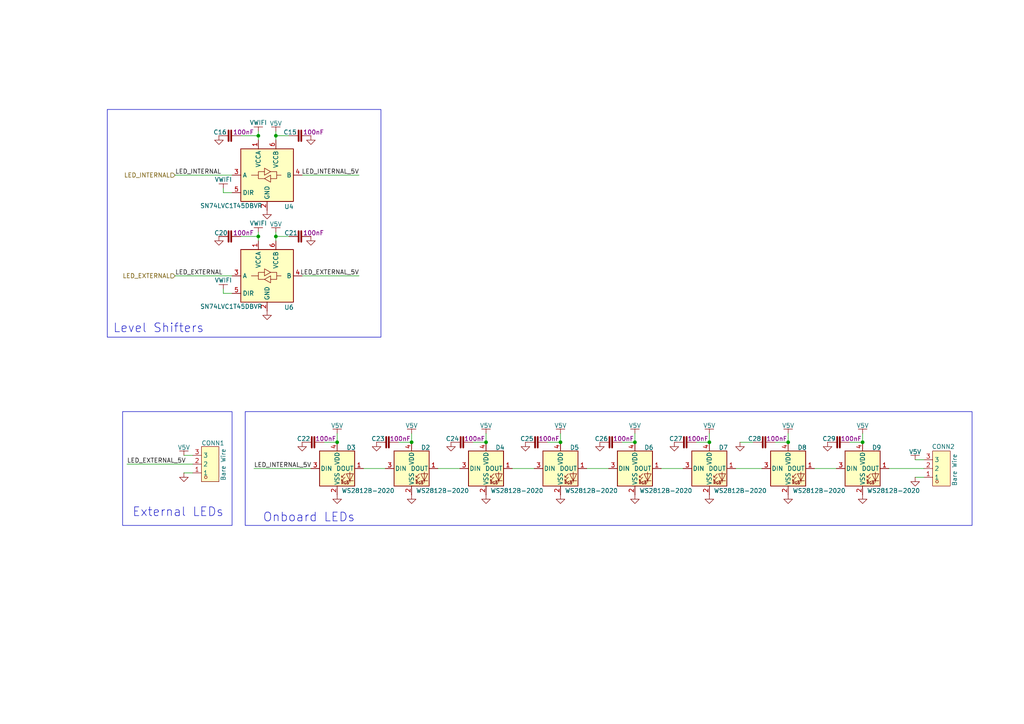
<source format=kicad_sch>
(kicad_sch (version 20231120) (generator "eeschema") (generator_version "8.0")
  (paper "A4")
  (lib_symbols
    (symbol "Galvani:2060-453/998-404"
      (property "Reference" "CONN" (at 0 0 0))
      (property "Value" "2060-453/998-404" (at 0 6.096 0))
      (symbol "2060-453/998-404_1_0"
        (rectangle (start -2.54 5.08) (end 2.54 -5.08) (fill (type background)))
        (circle (center -1.27 3.81) (radius 0.381))
        (pin unspecified line (at -5.08 2.54 0) (length 2.54) (name "1") (number "1"))
        (pin unspecified line (at -5.08 0 0) (length 2.54) (name "2") (number "2"))
        (pin unspecified line (at -5.08 -2.54 0) (length 2.54) (name "3") (number "3"))
      )
    )
    (symbol "Galvani:Cap 100nF 0201" (pin_numbers hide) (pin_names (offset 0.254))
      (property "Reference" "C?" (at 1.016 1.524 90))
      (property "Val" "100nF" (at 1.016 -0.254 90))
      (symbol "Cap 100nF 0201_0_1"
        (polyline (pts (xy -1.524 0.254) (xy 1.524 0.254)) (stroke (width 0.508)))
        (polyline (pts (xy -1.524 1.016) (xy 1.524 1.016)) (stroke (width 0.508)))
      )
      (symbol "Cap 100nF 0201_1_1"
        (pin passive line (at 0 3.81 270) (length 2.794) (name "~") (number "1"))
        (pin passive line (at 0 -2.54 90) (length 2.54) (name "~") (number "2"))
      )
    )
    (symbol "Galvani:V5V" (power) (pin_names (offset 0))
      (property "Value" "V5V" (at 0 2.54 0))
      (symbol "V5V_0_1"
        (polyline (pts (xy -1.27 1.27) (xy 0 1.27)))
        (polyline (pts (xy 0 0) (xy 0 1.27)))
        (polyline (pts (xy 0 1.27) (xy 1.27 1.27)))
      )
      (symbol "V5V_1_1"
        (pin power_in line (at 0 0 90) (length 0) hide (name "V5V") (number "1"))
      )
    )
    (symbol "Galvani:VWIFI" (power) (pin_names (offset 0))
      (property "Value" "VWIFI" (at 0 2.54 0))
      (symbol "VWIFI_0_1"
        (polyline (pts (xy -1.27 1.27) (xy 0 1.27)))
        (polyline (pts (xy 0 0) (xy 0 1.27)))
        (polyline (pts (xy 0 1.27) (xy 1.27 1.27)))
      )
      (symbol "VWIFI_1_1"
        (pin power_in line (at 0 0 90) (length 0) hide (name "VWIFI") (number "1"))
      )
    )
    (symbol "Galvani:WS2812B-2020" (pin_names (offset 0.254))
      (property "Reference" "D" (at 4.064 6.096 0))
      (property "Value" "WS2812B-2020" (at 1.27 -5.715 0))
      (symbol "WS2812B-2020_0_0"
        (text "RGB" (at 2.286 -4.191 0) (effects (font (size 0.762 0.762))))
      )
      (symbol "WS2812B-2020_0_1"
        (polyline (pts (xy 1.27 -3.556) (xy 1.778 -3.556)))
        (polyline (pts (xy 1.27 -2.54) (xy 1.778 -2.54)))
        (polyline (pts (xy 4.699 -3.556) (xy 2.667 -3.556)))
        (polyline (pts (xy 2.286 -2.54) (xy 1.27 -3.556) (xy 1.27 -3.048)))
        (polyline (pts (xy 2.286 -1.524) (xy 1.27 -2.54) (xy 1.27 -2.032)))
        (polyline (pts (xy 3.683 -1.016) (xy 3.683 -3.556) (xy 3.683 -4.064)))
        (polyline (pts (xy 4.699 -1.524) (xy 2.667 -1.524) (xy 3.683 -3.556) (xy 4.699 -1.524)))
        (rectangle (start 5.08 5.08) (end -5.08 -5.08) (stroke (width 0.254)) (fill (type background)))
      )
      (symbol "WS2812B-2020_1_1"
        (pin output line (at 7.62 0 180) (length 2.54) (name "DOUT") (number "1"))
        (pin power_in line (at 0 -7.62 90) (length 2.54) (name "VSS") (number "2"))
        (pin input line (at -7.62 0 0) (length 2.54) (name "DIN") (number "3"))
        (pin power_in line (at 0 7.62 270) (length 2.54) (name "VDD") (number "4"))
      )
    )
    (symbol "Logic_LevelTranslator:SN74LVC1T45DBV"
      (property "Reference" "U" (at -6.35 8.89 0))
      (property "Value" "SN74LVC1T45DBV" (at 3.81 8.89 0))
      (symbol "SN74LVC1T45DBV_0_1"
        (rectangle (start -7.62 7.62) (end 7.62 -7.62) (stroke (width 0.254)) (fill (type background)))
        (polyline (pts (xy -2.54 0) (xy -2.54 1.016) (xy -0.762 1.016)))
        (polyline (pts (xy 2.794 0) (xy 2.794 -1.016) (xy 1.016 -1.016)))
        (polyline (pts (xy -0.762 -1.016) (xy -2.54 -1.016) (xy -2.54 0) (xy -4.572 0)))
        (polyline (pts (xy -0.762 0) (xy -0.762 2.032) (xy 1.016 1.016) (xy -0.762 0)))
        (polyline (pts (xy 1.016 1.016) (xy 2.794 1.016) (xy 2.794 0) (xy 4.064 0)))
        (polyline (pts (xy 1.016 0) (xy 1.016 -1.778) (xy 1.016 -2.032) (xy -0.762 -1.016) (xy 1.016 0)))
      )
      (symbol "SN74LVC1T45DBV_1_1"
        (pin power_in line (at -2.54 10.16 270) (length 2.54) (name "VCCA") (number "1"))
        (pin power_in line (at 0 -10.16 90) (length 2.54) (name "GND") (number "2"))
        (pin bidirectional line (at -10.16 0 0) (length 2.54) (name "A") (number "3"))
        (pin bidirectional line (at 10.16 0 180) (length 2.54) (name "B") (number "4"))
        (pin input line (at -10.16 -5.08 0) (length 2.54) (name "DIR") (number "5"))
        (pin power_in line (at 2.54 10.16 270) (length 2.54) (name "VCCB") (number "6"))
      )
    )
    (symbol "power:GND" (power) (pin_numbers hide) (pin_names (offset 0) hide)
      (property "Value" "GND" (at 0 -3.81 0))
      (symbol "GND_0_1"
        (polyline (pts (xy 0 0) (xy 0 -1.27) (xy 1.27 -1.27) (xy 0 -2.54) (xy -1.27 -1.27) (xy 0 -1.27)))
      )
      (symbol "GND_1_1"
        (pin power_in line (at 0 0 270) (length 0) (name "~") (number "1"))
      )
    )
  )
  (junction (at 80.01 39.37))
  (junction (at 250.19 128.27))
  (junction (at 140.97 128.27))
  (junction (at 80.01 68.58))
  (junction (at 162.56 128.27))
  (junction (at 205.74 128.27))
  (junction (at 74.93 39.37))
  (junction (at 119.38 128.27))
  (junction (at 97.79 128.27))
  (junction (at 228.6 128.27))
  (junction (at 74.93 68.58))
  (junction (at 184.15 128.27))
  (wire (pts (xy 74.93 39.37) (xy 74.93 40.64)))
  (wire (pts (xy 50.8 50.8) (xy 67.31 50.8)))
  (wire (pts (xy 250.19 128.27) (xy 250.19 125.73)))
  (wire (pts (xy 184.15 128.27) (xy 184.15 125.73)))
  (wire (pts (xy 267.97 133.35) (xy 265.43 133.35)))
  (wire (pts (xy 162.56 128.27) (xy 162.56 125.73)))
  (wire (pts (xy 97.79 128.27) (xy 97.79 125.73)))
  (wire (pts (xy 137.16 128.27) (xy 140.97 128.27)))
  (wire (pts (xy 83.82 68.58) (xy 80.01 68.58)))
  (wire (pts (xy 36.83 134.62) (xy 55.88 134.62)))
  (wire (pts (xy 80.01 39.37) (xy 80.01 40.64)))
  (wire (pts (xy 115.57 128.27) (xy 119.38 128.27)))
  (wire (pts (xy 64.77 85.09) (xy 67.31 85.09)))
  (wire (pts (xy 74.93 68.58) (xy 74.93 69.85)))
  (wire (pts (xy 191.77 135.89) (xy 198.12 135.89)))
  (wire (pts (xy 228.6 128.27) (xy 228.6 125.73)))
  (wire (pts (xy 50.8 80.01) (xy 67.31 80.01)))
  (wire (pts (xy 140.97 128.27) (xy 140.97 125.73)))
  (wire (pts (xy 53.34 137.16) (xy 55.88 137.16)))
  (wire (pts (xy 205.74 128.27) (xy 205.74 125.73)))
  (wire (pts (xy 180.34 128.27) (xy 184.15 128.27)))
  (wire (pts (xy 69.85 39.37) (xy 74.93 39.37)))
  (wire (pts (xy 64.77 83.82) (xy 64.77 85.09)))
  (wire (pts (xy 80.01 67.31) (xy 80.01 68.58)))
  (wire (pts (xy 104.14 80.01) (xy 87.63 80.01)))
  (wire (pts (xy 105.41 135.89) (xy 111.76 135.89)))
  (wire (pts (xy 213.36 135.89) (xy 220.98 135.89)))
  (wire (pts (xy 53.34 132.08) (xy 55.88 132.08)))
  (wire (pts (xy 224.79 128.27) (xy 228.6 128.27)))
  (wire (pts (xy 265.43 138.43) (xy 267.97 138.43)))
  (wire (pts (xy 246.38 128.27) (xy 250.19 128.27)))
  (wire (pts (xy 158.75 128.27) (xy 162.56 128.27)))
  (wire (pts (xy 236.22 135.89) (xy 242.57 135.89)))
  (wire (pts (xy 74.93 67.31) (xy 74.93 68.58)))
  (wire (pts (xy 201.93 128.27) (xy 205.74 128.27)))
  (wire (pts (xy 83.82 39.37) (xy 80.01 39.37)))
  (wire (pts (xy 87.63 50.8) (xy 104.14 50.8)))
  (wire (pts (xy 69.85 68.58) (xy 74.93 68.58)))
  (wire (pts (xy 64.77 55.88) (xy 67.31 55.88)))
  (wire (pts (xy 74.93 38.1) (xy 74.93 39.37)))
  (wire (pts (xy 64.77 54.61) (xy 64.77 55.88)))
  (wire (pts (xy 80.01 38.1) (xy 80.01 39.37)))
  (wire (pts (xy 257.81 135.89) (xy 267.97 135.89)))
  (wire (pts (xy 214.63 128.27) (xy 218.44 128.27)))
  (wire (pts (xy 127 135.89) (xy 133.35 135.89)))
  (wire (pts (xy 73.66 135.89) (xy 90.17 135.89)))
  (wire (pts (xy 93.98 128.27) (xy 97.79 128.27)))
  (wire (pts (xy 148.59 135.89) (xy 154.94 135.89)))
  (wire (pts (xy 176.53 135.89) (xy 170.18 135.89)))
  (wire (pts (xy 80.01 68.58) (xy 80.01 69.85)))
  (wire (pts (xy 119.38 128.27) (xy 119.38 125.73)))
  (rectangle (start 31.115 31.75) (end 110.49 97.79))
  (rectangle (start 71.12 119.38) (end 281.94 152.4))
  (rectangle (start 35.56 119.38) (end 67.31 152.4))
  (text "Level Shifters" (at 32.766 96.774 0) (effects (font (size 2.54 2.54)) (justify left bottom)))
  (text "Onboard LEDs" (at 76.2 151.638 0) (effects (font (size 2.54 2.54)) (justify left bottom)))
  (text "External LEDs" (at 38.354 150.114 0) (effects (font (size 2.54 2.54)) (justify left bottom)))
  (label "LED_EXTERNAL_5V" (at 104.14 80.01 180))
  (label "LED_EXTERNAL_5V" (at 36.83 134.62 0))
  (label "LED_EXTERNAL" (at 50.8 80.01 0))
  (label "LED_INTERNAL_5V" (at 73.66 135.89 0))
  (label "LED_INTERNAL_5V" (at 104.14 50.8 180))
  (label "LED_INTERNAL" (at 50.8 50.8 0))
  (hierarchical_label "LED_INTERNAL" (shape input) (at 50.8 50.8 180) (effects (font (thickness 0.1588))))
  (hierarchical_label "LED_EXTERNAL" (shape input) (at 50.8 80.01 180) (effects (font (thickness 0.1588))))
  (symbol (lib_id "Galvani:Cap 100nF 0201") (at 67.31 68.58 90) (mirror x) (unit 1)
    (property "Reference" "C20" (at 66.04 67.564 90) (effects (justify left)))
    (property "Value" "Cap 100nF 0201" (effects (hide yes)))
    (property "Footprint" "Galvani:C_0201_0603Metric" (effects (hide yes)))
    (property "Val" "100nF" (at 67.564 67.564 90) (effects (justify right)))
  )
  (symbol (lib_id "power:GND") (at 63.5 68.58 0) (unit 1)
    (property "Reference" "#PWR06" (effects (hide yes)))
    (property "Value" "GND" (effects (hide yes)))
  )
  (symbol (lib_id "Galvani:WS2812B-2020") (at 184.15 135.89 0) (unit 1)
    (property "Reference" "D6" (at 188.214 129.794 0))
    (property "Value" "WS2812B-2020" (at 185.42 141.605 0) (effects (justify left top)))
    (property "Footprint" "Galvani:LED_WS2812B-2020_PLCC4_2.0x2.0mm" (effects (hide yes)))
    (property "Datasheet" "https://www.lcsc.com/datasheet/lcsc_datasheet_2012110135_Worldsemi-WS2812B-2020_C965555.pdf" (effects (hide yes)))
    (property "Description" "RGB LED with integrated controller, 2.0 x 2.0 mm, 12 mA" (effects (hide yes)))
    (property "LCSC" "C965555" (effects (hide yes)))
    (property "Manufacturer" "Worldsemi" (effects (hide yes)))
    (property "MPN" "WS2812C-2020-V1" (effects (hide yes)))
  )
  (symbol (lib_id "power:GND") (at 130.81 128.27 0) (unit 1)
    (property "Reference" "#PWR047" (effects (hide yes)))
    (property "Value" "GND" (effects (hide yes)))
  )
  (symbol (lib_id "Galvani:VWIFI") (at 64.77 83.82 0) (mirror y) (unit 1)
    (property "Reference" "#PWR04" (effects (hide yes)))
    (property "Value" "VWIFI" (at 64.77 81.28 0))
  )
  (symbol (lib_id "power:GND") (at 214.63 128.27 0) (unit 1)
    (property "Reference" "#PWR075" (effects (hide yes)))
    (property "Value" "GND" (effects (hide yes)))
  )
  (symbol (lib_id "Galvani:Cap 100nF 0201") (at 198.12 128.27 270) (unit 1)
    (property "Reference" "C27" (at 194.056 127.254 90) (effects (justify left)))
    (property "Value" "Cap 100nF 0201" (effects (hide yes)))
    (property "Footprint" "Galvani:C_0201_0603Metric" (effects (hide yes)))
    (property "Val" "100nF" (at 199.39 127.254 90) (effects (justify left)))
  )
  (symbol (lib_id "Galvani:Cap 100nF 0201") (at 87.63 68.58 90) (mirror x) (unit 1)
    (property "Reference" "C21" (at 86.36 67.564 90) (effects (justify left)))
    (property "Value" "Cap 100nF 0201" (effects (hide yes)))
    (property "Footprint" "Galvani:C_0201_0603Metric" (effects (hide yes)))
    (property "Val" "100nF" (at 87.884 67.564 90) (effects (justify right)))
  )
  (symbol (lib_id "Galvani:VWIFI") (at 74.93 67.31 0) (mirror y) (unit 1)
    (property "Reference" "#PWR013" (effects (hide yes)))
    (property "Value" "VWIFI" (at 74.93 64.77 0))
  )
  (symbol (lib_id "power:GND") (at 250.19 143.51 0) (unit 1)
    (property "Reference" "#PWR082" (effects (hide yes)))
    (property "Value" "GND" (effects (hide yes)))
  )
  (symbol (lib_id "power:GND") (at 205.74 143.51 0) (unit 1)
    (property "Reference" "#PWR071" (effects (hide yes)))
    (property "Value" "GND" (effects (hide yes)))
  )
  (symbol (lib_id "Galvani:Cap 100nF 0201") (at 176.53 128.27 270) (unit 1)
    (property "Reference" "C26" (at 172.466 127.254 90) (effects (justify left)))
    (property "Value" "Cap 100nF 0201" (effects (hide yes)))
    (property "Footprint" "Galvani:C_0201_0603Metric" (effects (hide yes)))
    (property "Val" "100nF" (at 177.8 127.254 90) (effects (justify left)))
  )
  (symbol (lib_id "Galvani:WS2812B-2020") (at 97.79 135.89 0) (unit 1)
    (property "Reference" "D3" (at 101.854 129.794 0))
    (property "Value" "WS2812B-2020" (at 99.06 141.605 0) (effects (justify left top)))
    (property "Footprint" "Galvani:LED_WS2812B-2020_PLCC4_2.0x2.0mm" (effects (hide yes)))
    (property "Datasheet" "https://www.lcsc.com/datasheet/lcsc_datasheet_2012110135_Worldsemi-WS2812B-2020_C965555.pdf" (effects (hide yes)))
    (property "Description" "RGB LED with integrated controller, 2.0 x 2.0 mm, 12 mA" (effects (hide yes)))
    (property "LCSC" "C965555" (effects (hide yes)))
    (property "Manufacturer" "Worldsemi" (effects (hide yes)))
    (property "MPN" "WS2812C-2020-V1" (effects (hide yes)))
  )
  (symbol (lib_id "power:GND") (at 119.38 143.51 0) (unit 1)
    (property "Reference" "#PWR044" (effects (hide yes)))
    (property "Value" "GND" (effects (hide yes)))
  )
  (symbol (lib_id "Galvani:WS2812B-2020") (at 140.97 135.89 0) (unit 1)
    (property "Reference" "D4" (at 145.034 129.794 0))
    (property "Value" "WS2812B-2020" (at 142.24 141.605 0) (effects (justify left top)))
    (property "Footprint" "Galvani:LED_WS2812B-2020_PLCC4_2.0x2.0mm" (effects (hide yes)))
    (property "Datasheet" "https://www.lcsc.com/datasheet/lcsc_datasheet_2012110135_Worldsemi-WS2812B-2020_C965555.pdf" (effects (hide yes)))
    (property "Description" "RGB LED with integrated controller, 2.0 x 2.0 mm, 12 mA" (effects (hide yes)))
    (property "LCSC" "C965555" (effects (hide yes)))
    (property "Manufacturer" "Worldsemi" (effects (hide yes)))
    (property "MPN" "WS2812C-2020-V1" (effects (hide yes)))
  )
  (symbol (lib_id "power:GND") (at 265.43 138.43 0) (unit 1)
    (property "Reference" "#PWR088" (effects (hide yes)))
    (property "Value" "GND" (effects (hide yes)))
  )
  (symbol (lib_id "power:GND") (at 87.63 128.27 0) (unit 1)
    (property "Reference" "#PWR030" (effects (hide yes)))
    (property "Value" "GND" (effects (hide yes)))
  )
  (symbol (lib_id "Galvani:2060-453/998-404") (at 273.05 135.89 0) (mirror x) (unit 1)
    (property "Reference" "CONN2" (at 270.256 129.54 0) (effects (justify left)))
    (property "Value" "Bare Wire" (at 276.86 131.572 90) (effects (justify left)))
    (property "Footprint" "Galvani:CONN-SMD_2060-453" (effects (hide yes)))
    (property "Datasheet" "https://atta.szlcsc.com/upload/public/pdf/source/20210406/C2765056_9CDA2223E0E8215FA599894D0B3F06B8.pdf" (effects (hide yes)))
    (property "Description" "Structure:1x3P Pitch:4mm Color:White Mounting Style:- Number of Pins:3P Number of PINs Per Row:3 Current Rating (Max):9A Voltage Rating (Max):320V Wire Gauge - AWG:18~24 Wire Gauge - mm2:- Operating Temperature Range:-60°C~+105°C Operating Temperature Range" (effects (hide yes)))
    (property "Manufacturer" "WAGO(万可)" (effects (hide yes)))
    (property "MPN" "2060-453/998-404" (effects (hide yes)))
    (property "LCSC" "C2765056" (effects (hide yes)))
  )
  (symbol (lib_id "Galvani:WS2812B-2020") (at 162.56 135.89 0) (unit 1)
    (property "Reference" "D5" (at 166.624 129.794 0))
    (property "Value" "WS2812B-2020" (at 163.83 141.605 0) (effects (justify left top)))
    (property "Footprint" "Galvani:LED_WS2812B-2020_PLCC4_2.0x2.0mm" (effects (hide yes)))
    (property "Datasheet" "https://www.lcsc.com/datasheet/lcsc_datasheet_2012110135_Worldsemi-WS2812B-2020_C965555.pdf" (effects (hide yes)))
    (property "Description" "RGB LED with integrated controller, 2.0 x 2.0 mm, 12 mA" (effects (hide yes)))
    (property "LCSC" "C965555" (effects (hide yes)))
    (property "Manufacturer" "Worldsemi" (effects (hide yes)))
    (property "MPN" "WS2812C-2020-V1" (effects (hide yes)))
  )
  (symbol (lib_id "Galvani:V5V") (at 119.38 125.73 0) (unit 1)
    (property "Reference" "#PWR043" (effects (hide yes)))
    (property "Value" "V5V" (at 119.38 123.444 0))
  )
  (symbol (lib_id "power:GND") (at 109.22 128.27 0) (unit 1)
    (property "Reference" "#PWR042" (effects (hide yes)))
    (property "Value" "GND" (effects (hide yes)))
  )
  (symbol (lib_id "Galvani:WS2812B-2020") (at 205.74 135.89 0) (unit 1)
    (property "Reference" "D7" (at 209.804 129.794 0))
    (property "Value" "WS2812B-2020" (at 207.01 141.605 0) (effects (justify left top)))
    (property "Footprint" "Galvani:LED_WS2812B-2020_PLCC4_2.0x2.0mm" (effects (hide yes)))
    (property "Datasheet" "https://www.lcsc.com/datasheet/lcsc_datasheet_2012110135_Worldsemi-WS2812B-2020_C965555.pdf" (effects (hide yes)))
    (property "Description" "RGB LED with integrated controller, 2.0 x 2.0 mm, 12 mA" (effects (hide yes)))
    (property "LCSC" "C965555" (effects (hide yes)))
    (property "Manufacturer" "Worldsemi" (effects (hide yes)))
    (property "MPN" "WS2812C-2020-V1" (effects (hide yes)))
  )
  (symbol (lib_id "power:GND") (at 152.4 128.27 0) (unit 1)
    (property "Reference" "#PWR057" (effects (hide yes)))
    (property "Value" "GND" (effects (hide yes)))
  )
  (symbol (lib_id "Galvani:Cap 100nF 0201") (at 220.98 128.27 270) (unit 1)
    (property "Reference" "C28" (at 216.916 127.254 90) (effects (justify left)))
    (property "Value" "Cap 100nF 0201" (effects (hide yes)))
    (property "Footprint" "Galvani:C_0201_0603Metric" (effects (hide yes)))
    (property "Val" "100nF" (at 222.25 127.254 90) (effects (justify left)))
  )
  (symbol (lib_id "Logic_LevelTranslator:SN74LVC1T45DBV") (at 77.47 80.01 0) (unit 1)
    (property "Reference" "U6" (at 83.82 89.154 0))
    (property "Value" "SN74LVC1T45DBVR" (at 67.056 88.9 0))
    (property "Footprint" "Package_TO_SOT_SMD:SOT-23-6" (effects (hide yes)))
    (property "Datasheet" "http://www.ti.com/lit/ds/symlink/sn74lvc1t45.pdf" (effects (hide yes)))
    (property "Description" "Single-Bit Dual-Supply Bus Transceiver With Configurable Voltage Translation and 3-State Outputs, SOT-23-6" (effects (hide yes)))
    (property "Manufacturer" "Texas Instruments" (effects (hide yes)))
    (property "MPN" "SN74LVC1T45DBVR" (effects (hide yes)))
    (property "LCSC" "C7843" (effects (hide yes)))
  )
  (symbol (lib_id "Galvani:Cap 100nF 0201") (at 90.17 128.27 270) (unit 1)
    (property "Reference" "C22" (at 86.106 127.254 90) (effects (justify left)))
    (property "Value" "Cap 100nF 0201" (effects (hide yes)))
    (property "Footprint" "Galvani:C_0201_0603Metric" (effects (hide yes)))
    (property "Val" "100nF" (at 91.44 127.254 90) (effects (justify left)))
  )
  (symbol (lib_id "Galvani:VWIFI") (at 64.77 54.61 0) (mirror y) (unit 1)
    (property "Reference" "#PWR03" (effects (hide yes)))
    (property "Value" "VWIFI" (at 64.77 52.07 0))
  )
  (symbol (lib_id "Galvani:V5V") (at 184.15 125.73 0) (unit 1)
    (property "Reference" "#PWR066" (effects (hide yes)))
    (property "Value" "V5V" (at 184.15 123.444 0))
  )
  (symbol (lib_id "power:GND") (at 228.6 143.51 0) (unit 1)
    (property "Reference" "#PWR077" (effects (hide yes)))
    (property "Value" "GND" (effects (hide yes)))
  )
  (symbol (lib_id "Galvani:Cap 100nF 0201") (at 154.94 128.27 270) (unit 1)
    (property "Reference" "C25" (at 150.876 127.254 90) (effects (justify left)))
    (property "Value" "Cap 100nF 0201" (effects (hide yes)))
    (property "Footprint" "Galvani:C_0201_0603Metric" (effects (hide yes)))
    (property "Val" "100nF" (at 156.21 127.254 90) (effects (justify left)))
  )
  (symbol (lib_id "power:GND") (at 195.58 128.27 0) (unit 1)
    (property "Reference" "#PWR069" (effects (hide yes)))
    (property "Value" "GND" (effects (hide yes)))
  )
  (symbol (lib_id "Galvani:V5V") (at 228.6 125.73 0) (unit 1)
    (property "Reference" "#PWR076" (effects (hide yes)))
    (property "Value" "V5V" (at 228.6 123.444 0))
  )
  (symbol (lib_id "Galvani:V5V") (at 250.19 125.73 0) (unit 1)
    (property "Reference" "#PWR081" (effects (hide yes)))
    (property "Value" "V5V" (at 250.19 123.444 0))
  )
  (symbol (lib_id "Galvani:WS2812B-2020") (at 228.6 135.89 0) (unit 1)
    (property "Reference" "D8" (at 232.664 129.794 0))
    (property "Value" "WS2812B-2020" (at 229.87 141.605 0) (effects (justify left top)))
    (property "Footprint" "Galvani:LED_WS2812B-2020_PLCC4_2.0x2.0mm" (effects (hide yes)))
    (property "Datasheet" "https://www.lcsc.com/datasheet/lcsc_datasheet_2012110135_Worldsemi-WS2812B-2020_C965555.pdf" (effects (hide yes)))
    (property "Description" "RGB LED with integrated controller, 2.0 x 2.0 mm, 12 mA" (effects (hide yes)))
    (property "LCSC" "C965555" (effects (hide yes)))
    (property "Manufacturer" "Worldsemi" (effects (hide yes)))
    (property "MPN" "WS2812C-2020-V1" (effects (hide yes)))
  )
  (symbol (lib_id "Galvani:Cap 100nF 0201") (at 111.76 128.27 270) (unit 1)
    (property "Reference" "C23" (at 107.696 127.254 90) (effects (justify left)))
    (property "Value" "Cap 100nF 0201" (effects (hide yes)))
    (property "Footprint" "Galvani:C_0201_0603Metric" (effects (hide yes)))
    (property "Val" "100nF" (at 113.03 127.254 90) (effects (justify left)))
  )
  (symbol (lib_id "Galvani:2060-453/998-404") (at 60.96 134.62 0) (mirror x) (unit 1)
    (property "Reference" "CONN1" (at 58.42 128.524 0) (effects (justify left)))
    (property "Value" "Bare Wire" (at 64.77 130.048 90) (effects (justify left)))
    (property "Footprint" "Galvani:CONN-SMD_2060-453" (effects (hide yes)))
    (property "Datasheet" "https://atta.szlcsc.com/upload/public/pdf/source/20210406/C2765056_9CDA2223E0E8215FA599894D0B3F06B8.pdf" (effects (hide yes)))
    (property "Description" "Structure:1x3P Pitch:4mm Color:White Mounting Style:- Number of Pins:3P Number of PINs Per Row:3 Current Rating (Max):9A Voltage Rating (Max):320V Wire Gauge - AWG:18~24 Wire Gauge - mm2:- Operating Temperature Range:-60°C~+105°C Operating Temperature Range" (effects (hide yes)))
    (property "Manufacturer" "WAGO(万可)" (effects (hide yes)))
    (property "MPN" "2060-453/998-404" (effects (hide yes)))
    (property "LCSC" "C2765056" (effects (hide yes)))
  )
  (symbol (lib_id "power:GND") (at 53.34 137.16 0) (unit 1)
    (property "Reference" "#PWR050" (effects (hide yes)))
    (property "Value" "GND" (effects (hide yes)))
  )
  (symbol (lib_id "power:GND") (at 77.47 60.96 0) (unit 1)
    (property "Reference" "#PWR014" (effects (hide yes)))
    (property "Value" "GND" (effects (hide yes)))
  )
  (symbol (lib_id "power:GND") (at 173.99 128.27 0) (unit 1)
    (property "Reference" "#PWR064" (effects (hide yes)))
    (property "Value" "GND" (effects (hide yes)))
  )
  (symbol (lib_id "power:GND") (at 77.47 90.17 0) (unit 1)
    (property "Reference" "#PWR015" (effects (hide yes)))
    (property "Value" "GND" (effects (hide yes)))
  )
  (symbol (lib_id "Galvani:V5V") (at 140.97 125.73 0) (unit 1)
    (property "Reference" "#PWR054" (effects (hide yes)))
    (property "Value" "V5V" (at 140.97 123.444 0))
  )
  (symbol (lib_id "power:GND") (at 162.56 143.51 0) (unit 1)
    (property "Reference" "#PWR060" (effects (hide yes)))
    (property "Value" "GND" (effects (hide yes)))
  )
  (symbol (lib_id "power:GND") (at 184.15 143.51 0) (unit 1)
    (property "Reference" "#PWR067" (effects (hide yes)))
    (property "Value" "GND" (effects (hide yes)))
  )
  (symbol (lib_id "power:GND") (at 97.79 143.51 0) (unit 1)
    (property "Reference" "#PWR038" (effects (hide yes)))
    (property "Value" "GND" (effects (hide yes)))
  )
  (symbol (lib_id "Galvani:Cap 100nF 0201") (at 67.31 39.37 90) (mirror x) (unit 1)
    (property "Reference" "C16" (at 65.786 38.354 90) (effects (justify left)))
    (property "Value" "Cap 100nF 0201" (effects (hide yes)))
    (property "Footprint" "Galvani:C_0201_0603Metric" (effects (hide yes)))
    (property "Val" "100nF" (at 67.564 38.354 90) (effects (justify right)))
  )
  (symbol (lib_id "Galvani:V5V") (at 205.74 125.73 0) (unit 1)
    (property "Reference" "#PWR070" (effects (hide yes)))
    (property "Value" "V5V" (at 205.74 123.444 0))
  )
  (symbol (lib_id "Galvani:V5V") (at 265.43 133.35 0) (mirror y) (unit 1)
    (property "Reference" "#PWR087" (effects (hide yes)))
    (property "Value" "V5V" (at 265.43 131.064 0))
  )
  (symbol (lib_id "power:GND") (at 90.17 68.58 0) (unit 1)
    (property "Reference" "#PWR023" (effects (hide yes)))
    (property "Value" "GND" (effects (hide yes)))
  )
  (symbol (lib_id "Galvani:V5V") (at 80.01 38.1 0) (mirror y) (unit 1)
    (property "Reference" "#PWR017" (effects (hide yes)))
    (property "Value" "V5V" (at 80.01 35.814 0))
  )
  (symbol (lib_id "Galvani:V5V") (at 97.79 125.73 0) (unit 1)
    (property "Reference" "#PWR037" (effects (hide yes)))
    (property "Value" "V5V" (at 97.79 123.444 0))
  )
  (symbol (lib_id "Galvani:WS2812B-2020") (at 250.19 135.89 0) (unit 1)
    (property "Reference" "D9" (at 254.254 129.794 0))
    (property "Value" "WS2812B-2020" (at 251.46 141.605 0) (effects (justify left top)))
    (property "Footprint" "Galvani:LED_WS2812B-2020_PLCC4_2.0x2.0mm" (effects (hide yes)))
    (property "Datasheet" "https://www.lcsc.com/datasheet/lcsc_datasheet_2012110135_Worldsemi-WS2812B-2020_C965555.pdf" (effects (hide yes)))
    (property "Description" "RGB LED with integrated controller, 2.0 x 2.0 mm, 12 mA" (effects (hide yes)))
    (property "LCSC" "C965555" (effects (hide yes)))
    (property "Manufacturer" "Worldsemi" (effects (hide yes)))
    (property "MPN" "WS2812C-2020-V1" (effects (hide yes)))
  )
  (symbol (lib_id "Galvani:V5V") (at 80.01 67.31 0) (mirror y) (unit 1)
    (property "Reference" "#PWR018" (effects (hide yes)))
    (property "Value" "V5V" (at 80.01 65.024 0))
  )
  (symbol (lib_id "Galvani:Cap 100nF 0201") (at 133.35 128.27 270) (unit 1)
    (property "Reference" "C24" (at 129.286 127.254 90) (effects (justify left)))
    (property "Value" "Cap 100nF 0201" (effects (hide yes)))
    (property "Footprint" "Galvani:C_0201_0603Metric" (effects (hide yes)))
    (property "Val" "100nF" (at 134.62 127.254 90) (effects (justify left)))
  )
  (symbol (lib_id "power:GND") (at 63.5 39.37 0) (unit 1)
    (property "Reference" "#PWR05" (effects (hide yes)))
    (property "Value" "GND" (effects (hide yes)))
  )
  (symbol (lib_id "power:GND") (at 140.97 143.51 0) (unit 1)
    (property "Reference" "#PWR055" (effects (hide yes)))
    (property "Value" "GND" (effects (hide yes)))
  )
  (symbol (lib_id "Galvani:V5V") (at 53.34 132.08 0) (mirror y) (unit 1)
    (property "Reference" "#PWR049" (effects (hide yes)))
    (property "Value" "V5V" (at 53.34 129.794 0))
  )
  (symbol (lib_id "Galvani:Cap 100nF 0201") (at 87.63 39.37 90) (mirror x) (unit 1)
    (property "Reference" "C15" (at 86.106 38.354 90) (effects (justify left)))
    (property "Value" "Cap 100nF 0201" (effects (hide yes)))
    (property "Footprint" "Galvani:C_0201_0603Metric" (effects (hide yes)))
    (property "Val" "100nF" (at 87.884 38.354 90) (effects (justify right)))
  )
  (symbol (lib_id "power:GND") (at 90.17 39.37 0) (unit 1)
    (property "Reference" "#PWR022" (effects (hide yes)))
    (property "Value" "GND" (effects (hide yes)))
  )
  (symbol (lib_id "Galvani:Cap 100nF 0201") (at 242.57 128.27 270) (unit 1)
    (property "Reference" "C29" (at 238.506 127.254 90) (effects (justify left)))
    (property "Value" "Cap 100nF 0201" (effects (hide yes)))
    (property "Footprint" "Galvani:C_0201_0603Metric" (effects (hide yes)))
    (property "Val" "100nF" (at 243.84 127.254 90) (effects (justify left)))
  )
  (symbol (lib_id "Galvani:V5V") (at 162.56 125.73 0) (unit 1)
    (property "Reference" "#PWR059" (effects (hide yes)))
    (property "Value" "V5V" (at 162.56 123.444 0))
  )
  (symbol (lib_id "Galvani:WS2812B-2020") (at 119.38 135.89 0) (unit 1)
    (property "Reference" "D2" (at 123.444 129.794 0))
    (property "Value" "WS2812B-2020" (at 120.65 141.605 0) (effects (justify left top)))
    (property "Footprint" "Galvani:LED_WS2812B-2020_PLCC4_2.0x2.0mm" (effects (hide yes)))
    (property "Datasheet" "https://www.lcsc.com/datasheet/lcsc_datasheet_2012110135_Worldsemi-WS2812B-2020_C965555.pdf" (effects (hide yes)))
    (property "Description" "RGB LED with integrated controller, 2.0 x 2.0 mm, 12 mA" (effects (hide yes)))
    (property "LCSC" "C965555" (effects (hide yes)))
    (property "Manufacturer" "Worldsemi" (effects (hide yes)))
    (property "MPN" "WS2812C-2020-V1" (effects (hide yes)))
  )
  (symbol (lib_id "power:GND") (at 240.03 128.27 0) (unit 1)
    (property "Reference" "#PWR080" (effects (hide yes)))
    (property "Value" "GND" (effects (hide yes)))
  )
  (symbol (lib_id "Galvani:VWIFI") (at 74.93 38.1 0) (mirror y) (unit 1)
    (property "Reference" "#PWR012" (effects (hide yes)))
    (property "Value" "VWIFI" (at 74.93 35.56 0))
  )
  (symbol (lib_id "Logic_LevelTranslator:SN74LVC1T45DBV") (at 77.47 50.8 0) (unit 1)
    (property "Reference" "U4" (at 83.82 59.944 0))
    (property "Value" "SN74LVC1T45DBVR" (at 67.056 59.69 0))
    (property "Footprint" "Package_TO_SOT_SMD:SOT-23-6" (effects (hide yes)))
    (property "Datasheet" "http://www.ti.com/lit/ds/symlink/sn74lvc1t45.pdf" (effects (hide yes)))
    (property "Description" "Single-Bit Dual-Supply Bus Transceiver With Configurable Voltage Translation and 3-State Outputs, SOT-23-6" (effects (hide yes)))
    (property "Manufacturer" "Texas Instruments" (effects (hide yes)))
    (property "MPN" "SN74LVC1T45DBVR" (effects (hide yes)))
    (property "LCSC" "C7843" (effects (hide yes)))
  )
)
</source>
